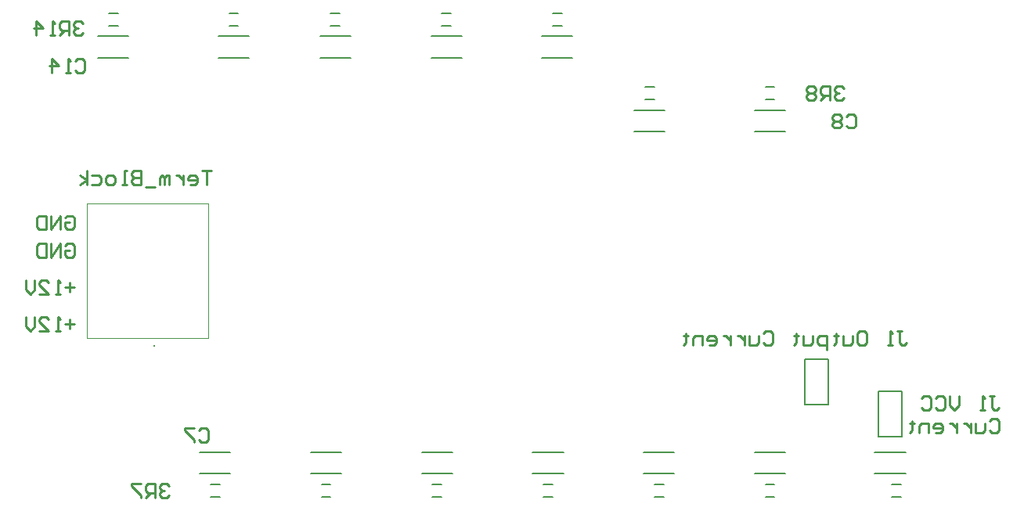
<source format=gbo>
G04*
G04 #@! TF.GenerationSoftware,Altium Limited,Altium Designer,20.2.6 (244)*
G04*
G04 Layer_Color=32896*
%FSLAX25Y25*%
%MOIN*%
G70*
G04*
G04 #@! TF.SameCoordinates,8424CAA1-D01E-41BF-9092-1BA52A19D79E*
G04*
G04*
G04 #@! TF.FilePolarity,Positive*
G04*
G01*
G75*
%ADD10C,0.00787*%
%ADD11C,0.00394*%
%ADD12C,0.01000*%
%ADD38C,0.00787*%
D10*
X495000Y188347D02*
Y200413D01*
Y195413D02*
Y207638D01*
X505000D01*
Y188347D02*
Y207638D01*
X495000Y188347D02*
X505000D01*
X463504Y201969D02*
Y214035D01*
Y209035D02*
Y221260D01*
X473504D01*
Y201969D02*
Y221260D01*
X463504Y201969D02*
X473504D01*
X167323Y363484D02*
X171260D01*
X167323Y368799D02*
X171260D01*
X162783Y349693D02*
X175800D01*
X162783Y358969D02*
X175800D01*
X446850Y331988D02*
X450787D01*
X446850Y337303D02*
X450787D01*
X500689Y162697D02*
X504626D01*
X500689Y168012D02*
X504626D01*
X493492Y181804D02*
X506508D01*
X493492Y172527D02*
X506508D01*
X210630Y168012D02*
X214567D01*
X210630Y162697D02*
X214567D01*
X206090Y172527D02*
X219107D01*
X206090Y181804D02*
X219107D01*
X213964Y358969D02*
X226981D01*
X213964Y349693D02*
X226981D01*
X218504Y368799D02*
X222441D01*
X218504Y363484D02*
X222441D01*
X257271Y358969D02*
X270288D01*
X257271Y349693D02*
X270288D01*
X261811Y368799D02*
X265748D01*
X261811Y363484D02*
X265748D01*
X304515Y358969D02*
X317532D01*
X304515Y349693D02*
X317532D01*
X309055Y368799D02*
X312992D01*
X309055Y363484D02*
X312992D01*
X351760Y358969D02*
X364776D01*
X351760Y349693D02*
X364776D01*
X356299Y368799D02*
X360236D01*
X356299Y363484D02*
X360236D01*
X391129Y327473D02*
X404146D01*
X391129Y318197D02*
X404146D01*
X395669Y337303D02*
X399606D01*
X395669Y331988D02*
X399606D01*
X442311Y327473D02*
X455327D01*
X442311Y318197D02*
X455327D01*
X446850Y162697D02*
X450787D01*
X446850Y168012D02*
X450787D01*
X442311Y181804D02*
X455327D01*
X442311Y172527D02*
X455327D01*
X399606Y162697D02*
X403543D01*
X399606Y168012D02*
X403543D01*
X395066Y181804D02*
X408083D01*
X395066Y172527D02*
X408083D01*
X352362Y162697D02*
X356299D01*
X352362Y168012D02*
X356299D01*
X347822Y181804D02*
X360839D01*
X347822Y172527D02*
X360839D01*
X305118Y162697D02*
X309055D01*
X305118Y168012D02*
X309055D01*
X300578Y181804D02*
X313595D01*
X300578Y172527D02*
X313595D01*
X257874Y162697D02*
X261811D01*
X257874Y168012D02*
X261811D01*
X253334Y181804D02*
X266351D01*
X253334Y172527D02*
X266351D01*
D11*
X157979Y230502D02*
X209594D01*
X157979D02*
Y287589D01*
X209594D01*
Y230502D02*
Y287589D01*
D12*
X542245Y205572D02*
X544245D01*
X543245D01*
Y200574D01*
X544245Y199574D01*
X545244D01*
X546244Y200574D01*
X540246Y199574D02*
X538247D01*
X539246D01*
Y205572D01*
X540246Y204572D01*
X529250Y205572D02*
Y201573D01*
X527250Y199574D01*
X525251Y201573D01*
Y205572D01*
X519253Y204572D02*
X520253Y205572D01*
X522252D01*
X523251Y204572D01*
Y200574D01*
X522252Y199574D01*
X520253D01*
X519253Y200574D01*
X513255Y204572D02*
X514254Y205572D01*
X516254D01*
X517253Y204572D01*
Y200574D01*
X516254Y199574D01*
X514254D01*
X513255Y200574D01*
X542245Y194975D02*
X543245Y195974D01*
X545244D01*
X546244Y194975D01*
Y190976D01*
X545244Y189976D01*
X543245D01*
X542245Y190976D01*
X540246Y193975D02*
Y190976D01*
X539246Y189976D01*
X536247D01*
Y193975D01*
X534248D02*
Y189976D01*
Y191976D01*
X533248Y192975D01*
X532249Y193975D01*
X531249D01*
X528250D02*
Y189976D01*
Y191976D01*
X527250Y192975D01*
X526251Y193975D01*
X525251D01*
X519253Y189976D02*
X521252D01*
X522252Y190976D01*
Y192975D01*
X521252Y193975D01*
X519253D01*
X518253Y192975D01*
Y191976D01*
X522252D01*
X516254Y189976D02*
Y193975D01*
X513255D01*
X512255Y192975D01*
Y189976D01*
X509256Y194975D02*
Y193975D01*
X510256D01*
X508256D01*
X509256D01*
Y190976D01*
X508256Y189976D01*
X156166Y364204D02*
X155166Y365204D01*
X153167D01*
X152167Y364204D01*
Y363204D01*
X153167Y362205D01*
X154166D01*
X153167D01*
X152167Y361205D01*
Y360205D01*
X153167Y359206D01*
X155166D01*
X156166Y360205D01*
X150168Y359206D02*
Y365204D01*
X147169D01*
X146169Y364204D01*
Y362205D01*
X147169Y361205D01*
X150168D01*
X148169D02*
X146169Y359206D01*
X144170D02*
X142170D01*
X143170D01*
Y365204D01*
X144170Y364204D01*
X136172Y359206D02*
Y365204D01*
X139171Y362205D01*
X135173D01*
X148608Y281510D02*
X149592Y282494D01*
X151559D01*
X152543Y281510D01*
Y277574D01*
X151559Y276590D01*
X149592D01*
X148608Y277574D01*
Y279542D01*
X150575D01*
X146640Y276590D02*
Y282494D01*
X142704Y276590D01*
Y282494D01*
X140736D02*
Y276590D01*
X137784D01*
X136800Y277574D01*
Y281510D01*
X137784Y282494D01*
X140736D01*
X152543Y236235D02*
X148608D01*
X150575Y238203D02*
Y234267D01*
X146640Y233283D02*
X144672D01*
X145656D01*
Y239187D01*
X146640Y238203D01*
X137784Y233283D02*
X141720D01*
X137784Y237219D01*
Y238203D01*
X138768Y239187D01*
X140736D01*
X141720Y238203D01*
X135816Y239187D02*
Y235251D01*
X133849Y233283D01*
X131881Y235251D01*
Y239187D01*
X502875Y233407D02*
X504875D01*
X503875D01*
Y228409D01*
X504875Y227409D01*
X505874D01*
X506874Y228409D01*
X500876Y227409D02*
X498877D01*
X499876D01*
Y233407D01*
X500876Y232407D01*
X486880Y233407D02*
X488880D01*
X489880Y232407D01*
Y228409D01*
X488880Y227409D01*
X486880D01*
X485881Y228409D01*
Y232407D01*
X486880Y233407D01*
X483882Y231407D02*
Y228409D01*
X482882Y227409D01*
X479883D01*
Y231407D01*
X476884Y232407D02*
Y231407D01*
X477883D01*
X475884D01*
X476884D01*
Y228409D01*
X475884Y227409D01*
X472885Y225410D02*
Y231407D01*
X469886D01*
X468886Y230408D01*
Y228409D01*
X469886Y227409D01*
X472885D01*
X466887Y231407D02*
Y228409D01*
X465887Y227409D01*
X462888D01*
Y231407D01*
X459889Y232407D02*
Y231407D01*
X460889D01*
X458889D01*
X459889D01*
Y228409D01*
X458889Y227409D01*
X445894Y232407D02*
X446893Y233407D01*
X448893D01*
X449893Y232407D01*
Y228409D01*
X448893Y227409D01*
X446893D01*
X445894Y228409D01*
X443894Y231407D02*
Y228409D01*
X442895Y227409D01*
X439896D01*
Y231407D01*
X437896D02*
Y227409D01*
Y229408D01*
X436897Y230408D01*
X435897Y231407D01*
X434897D01*
X431898D02*
Y227409D01*
Y229408D01*
X430899Y230408D01*
X429899Y231407D01*
X428899D01*
X422901Y227409D02*
X424900D01*
X425900Y228409D01*
Y230408D01*
X424900Y231407D01*
X422901D01*
X421902Y230408D01*
Y229408D01*
X425900D01*
X419902Y227409D02*
Y231407D01*
X416903D01*
X415903Y230408D01*
Y227409D01*
X412904Y232407D02*
Y231407D01*
X413904D01*
X411905D01*
X412904D01*
Y228409D01*
X411905Y227409D01*
X148608Y269699D02*
X149592Y270683D01*
X151559D01*
X152543Y269699D01*
Y265763D01*
X151559Y264779D01*
X149592D01*
X148608Y265763D01*
Y267731D01*
X150575D01*
X146640Y264779D02*
Y270683D01*
X142704Y264779D01*
Y270683D01*
X140736D02*
Y264779D01*
X137784D01*
X136800Y265763D01*
Y269699D01*
X137784Y270683D01*
X140736D01*
X152543Y251983D02*
X148608D01*
X150575Y253951D02*
Y250015D01*
X146640Y249031D02*
X144672D01*
X145656D01*
Y254935D01*
X146640Y253951D01*
X137784Y249031D02*
X141720D01*
X137784Y252967D01*
Y253951D01*
X138768Y254935D01*
X140736D01*
X141720Y253951D01*
X135816Y254935D02*
Y250999D01*
X133849Y249031D01*
X131881Y250999D01*
Y254935D01*
X210900Y301598D02*
X206901D01*
X208901D01*
Y295600D01*
X201903D02*
X203902D01*
X204902Y296600D01*
Y298599D01*
X203902Y299599D01*
X201903D01*
X200903Y298599D01*
Y297599D01*
X204902D01*
X198904Y299599D02*
Y295600D01*
Y297599D01*
X197904Y298599D01*
X196905Y299599D01*
X195905D01*
X192906Y295600D02*
Y299599D01*
X191906D01*
X190907Y298599D01*
Y295600D01*
Y298599D01*
X189907Y299599D01*
X188907Y298599D01*
Y295600D01*
X186908Y294600D02*
X182909D01*
X180910Y301598D02*
Y295600D01*
X177911D01*
X176911Y296600D01*
Y297599D01*
X177911Y298599D01*
X180910D01*
X177911D01*
X176911Y299599D01*
Y300598D01*
X177911Y301598D01*
X180910D01*
X174912Y295600D02*
X172912D01*
X173912D01*
Y301598D01*
X174912D01*
X168914Y295600D02*
X166914D01*
X165915Y296600D01*
Y298599D01*
X166914Y299599D01*
X168914D01*
X169913Y298599D01*
Y296600D01*
X168914Y295600D01*
X159916Y299599D02*
X162916D01*
X163915Y298599D01*
Y296600D01*
X162916Y295600D01*
X159916D01*
X157917D02*
Y301598D01*
Y297599D02*
X154918Y299599D01*
X157917Y297599D02*
X154918Y295600D01*
X205724Y190976D02*
X206724Y191975D01*
X208723D01*
X209723Y190976D01*
Y186977D01*
X208723Y185977D01*
X206724D01*
X205724Y186977D01*
X203725Y191975D02*
X199726D01*
Y190976D01*
X203725Y186977D01*
Y185977D01*
X153105Y348456D02*
X154105Y349456D01*
X156104D01*
X157104Y348456D01*
Y344457D01*
X156104Y343458D01*
X154105D01*
X153105Y344457D01*
X151106Y343458D02*
X149107D01*
X150106D01*
Y349456D01*
X151106Y348456D01*
X143108Y343458D02*
Y349456D01*
X146107Y346457D01*
X142109D01*
X481315Y324834D02*
X482314Y325834D01*
X484314D01*
X485313Y324834D01*
Y320835D01*
X484314Y319836D01*
X482314D01*
X481315Y320835D01*
X479315Y324834D02*
X478316Y325834D01*
X476316D01*
X475317Y324834D01*
Y323834D01*
X476316Y322835D01*
X475317Y321835D01*
Y320835D01*
X476316Y319836D01*
X478316D01*
X479315Y320835D01*
Y321835D01*
X478316Y322835D01*
X479315Y323834D01*
Y324834D01*
X478316Y322835D02*
X476316D01*
X193037Y167354D02*
X192037Y168353D01*
X190038D01*
X189038Y167354D01*
Y166354D01*
X190038Y165354D01*
X191037D01*
X190038D01*
X189038Y164355D01*
Y163355D01*
X190038Y162355D01*
X192037D01*
X193037Y163355D01*
X187039Y162355D02*
Y168353D01*
X184040D01*
X183040Y167354D01*
Y165354D01*
X184040Y164355D01*
X187039D01*
X185039D02*
X183040Y162355D01*
X181041Y168353D02*
X177042D01*
Y167354D01*
X181041Y163355D01*
Y162355D01*
X480438Y336645D02*
X479439Y337645D01*
X477439D01*
X476440Y336645D01*
Y335645D01*
X477439Y334646D01*
X478439D01*
X477439D01*
X476440Y333646D01*
Y332646D01*
X477439Y331647D01*
X479439D01*
X480438Y332646D01*
X474440Y331647D02*
Y337645D01*
X471441D01*
X470442Y336645D01*
Y334646D01*
X471441Y333646D01*
X474440D01*
X472441D02*
X470442Y331647D01*
X468442Y336645D02*
X467443Y337645D01*
X465443D01*
X464443Y336645D01*
Y335645D01*
X465443Y334646D01*
X464443Y333646D01*
Y332646D01*
X465443Y331647D01*
X467443D01*
X468442Y332646D01*
Y333646D01*
X467443Y334646D01*
X468442Y335645D01*
Y336645D01*
X467443Y334646D02*
X465443D01*
D38*
X186739Y227155D02*
D03*
M02*

</source>
